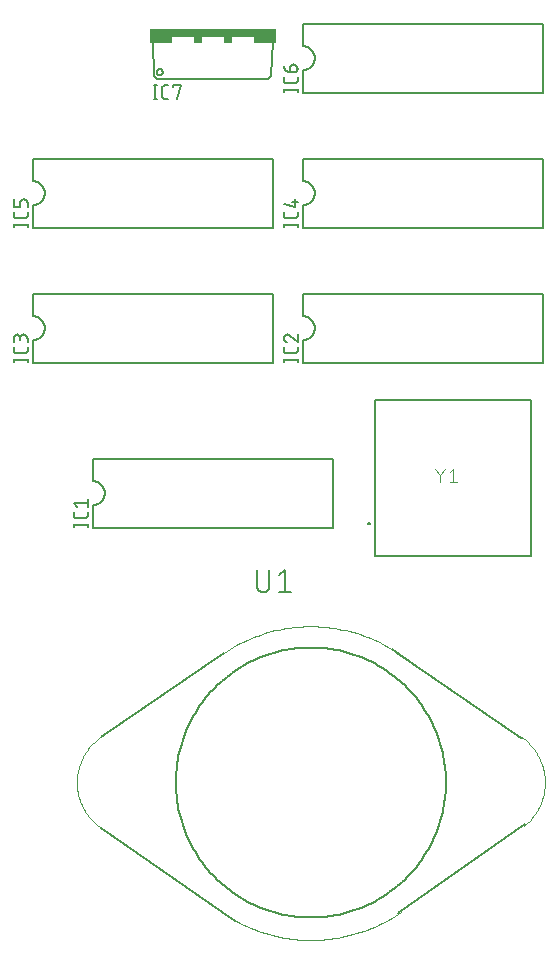
<source format=gbr>
G04 EAGLE Gerber RS-274X export*
G75*
%MOMM*%
%FSLAX34Y34*%
%LPD*%
%INSilkscreen Top*%
%IPPOS*%
%AMOC8*
5,1,8,0,0,1.08239X$1,22.5*%
G01*
%ADD10C,0.152400*%
%ADD11C,0.127000*%
%ADD12R,10.668000X0.762000*%
%ADD13R,1.905000X0.508000*%
%ADD14R,0.762000X0.508000*%
%ADD15C,0.000000*%
%ADD16C,0.203200*%
%ADD17C,0.200000*%
%ADD18C,0.101600*%


D10*
X-317500Y473710D02*
X-520700Y473710D01*
X-520700Y415290D02*
X-317500Y415290D01*
X-317500Y473710D01*
X-520700Y473710D02*
X-520700Y454660D01*
X-520700Y434340D02*
X-520700Y415290D01*
X-520700Y434340D02*
X-520453Y434343D01*
X-520205Y434352D01*
X-519958Y434367D01*
X-519712Y434388D01*
X-519466Y434415D01*
X-519221Y434448D01*
X-518976Y434487D01*
X-518733Y434532D01*
X-518491Y434583D01*
X-518250Y434640D01*
X-518011Y434702D01*
X-517773Y434771D01*
X-517537Y434845D01*
X-517303Y434925D01*
X-517071Y435010D01*
X-516841Y435102D01*
X-516613Y435198D01*
X-516388Y435301D01*
X-516165Y435408D01*
X-515945Y435522D01*
X-515728Y435640D01*
X-515513Y435764D01*
X-515302Y435893D01*
X-515094Y436027D01*
X-514889Y436166D01*
X-514688Y436310D01*
X-514490Y436458D01*
X-514296Y436612D01*
X-514106Y436770D01*
X-513920Y436933D01*
X-513738Y437100D01*
X-513560Y437272D01*
X-513386Y437448D01*
X-513216Y437628D01*
X-513051Y437813D01*
X-512891Y438001D01*
X-512735Y438193D01*
X-512583Y438389D01*
X-512437Y438588D01*
X-512295Y438791D01*
X-512159Y438998D01*
X-512027Y439207D01*
X-511901Y439420D01*
X-511780Y439636D01*
X-511664Y439854D01*
X-511554Y440076D01*
X-511449Y440300D01*
X-511349Y440526D01*
X-511255Y440755D01*
X-511167Y440986D01*
X-511084Y441220D01*
X-511007Y441455D01*
X-510936Y441692D01*
X-510870Y441930D01*
X-510811Y442170D01*
X-510757Y442412D01*
X-510709Y442655D01*
X-510667Y442898D01*
X-510631Y443143D01*
X-510601Y443389D01*
X-510577Y443635D01*
X-510559Y443882D01*
X-510547Y444129D01*
X-510541Y444376D01*
X-510541Y444624D01*
X-510547Y444871D01*
X-510559Y445118D01*
X-510577Y445365D01*
X-510601Y445611D01*
X-510631Y445857D01*
X-510667Y446102D01*
X-510709Y446345D01*
X-510757Y446588D01*
X-510811Y446830D01*
X-510870Y447070D01*
X-510936Y447308D01*
X-511007Y447545D01*
X-511084Y447780D01*
X-511167Y448014D01*
X-511255Y448245D01*
X-511349Y448474D01*
X-511449Y448700D01*
X-511554Y448924D01*
X-511664Y449146D01*
X-511780Y449364D01*
X-511901Y449580D01*
X-512027Y449793D01*
X-512159Y450002D01*
X-512295Y450209D01*
X-512437Y450412D01*
X-512583Y450611D01*
X-512735Y450807D01*
X-512891Y450999D01*
X-513051Y451187D01*
X-513216Y451372D01*
X-513386Y451552D01*
X-513560Y451728D01*
X-513738Y451900D01*
X-513920Y452067D01*
X-514106Y452230D01*
X-514296Y452388D01*
X-514490Y452542D01*
X-514688Y452690D01*
X-514889Y452834D01*
X-515094Y452973D01*
X-515302Y453107D01*
X-515513Y453236D01*
X-515728Y453360D01*
X-515945Y453478D01*
X-516165Y453592D01*
X-516388Y453699D01*
X-516613Y453802D01*
X-516841Y453898D01*
X-517071Y453990D01*
X-517303Y454075D01*
X-517537Y454155D01*
X-517773Y454229D01*
X-518011Y454298D01*
X-518250Y454360D01*
X-518491Y454417D01*
X-518733Y454468D01*
X-518976Y454513D01*
X-519221Y454552D01*
X-519466Y454585D01*
X-519712Y454612D01*
X-519958Y454633D01*
X-520205Y454648D01*
X-520453Y454657D01*
X-520700Y454660D01*
D11*
X-525145Y417195D02*
X-536575Y417195D01*
X-525145Y415925D02*
X-525145Y418465D01*
X-536575Y418465D02*
X-536575Y415925D01*
X-525145Y425667D02*
X-525145Y428207D01*
X-525145Y425667D02*
X-525147Y425567D01*
X-525153Y425468D01*
X-525163Y425368D01*
X-525176Y425270D01*
X-525194Y425171D01*
X-525215Y425074D01*
X-525240Y424978D01*
X-525269Y424882D01*
X-525302Y424788D01*
X-525338Y424695D01*
X-525378Y424604D01*
X-525422Y424514D01*
X-525469Y424426D01*
X-525519Y424340D01*
X-525573Y424256D01*
X-525630Y424174D01*
X-525690Y424095D01*
X-525754Y424017D01*
X-525820Y423943D01*
X-525889Y423871D01*
X-525961Y423802D01*
X-526035Y423736D01*
X-526113Y423672D01*
X-526192Y423612D01*
X-526274Y423555D01*
X-526358Y423501D01*
X-526444Y423451D01*
X-526532Y423404D01*
X-526622Y423360D01*
X-526713Y423320D01*
X-526806Y423284D01*
X-526900Y423251D01*
X-526996Y423222D01*
X-527092Y423197D01*
X-527189Y423176D01*
X-527288Y423158D01*
X-527386Y423145D01*
X-527486Y423135D01*
X-527585Y423129D01*
X-527685Y423127D01*
X-534035Y423127D01*
X-534135Y423129D01*
X-534234Y423135D01*
X-534334Y423145D01*
X-534432Y423158D01*
X-534531Y423176D01*
X-534628Y423197D01*
X-534724Y423222D01*
X-534820Y423251D01*
X-534914Y423284D01*
X-535007Y423320D01*
X-535098Y423360D01*
X-535188Y423404D01*
X-535276Y423451D01*
X-535362Y423501D01*
X-535446Y423555D01*
X-535528Y423612D01*
X-535607Y423672D01*
X-535685Y423736D01*
X-535759Y423802D01*
X-535831Y423871D01*
X-535900Y423943D01*
X-535966Y424017D01*
X-536030Y424095D01*
X-536090Y424174D01*
X-536147Y424256D01*
X-536201Y424340D01*
X-536251Y424426D01*
X-536298Y424514D01*
X-536342Y424604D01*
X-536382Y424695D01*
X-536418Y424788D01*
X-536451Y424882D01*
X-536480Y424978D01*
X-536505Y425074D01*
X-536526Y425171D01*
X-536544Y425270D01*
X-536557Y425368D01*
X-536567Y425468D01*
X-536573Y425567D01*
X-536575Y425667D01*
X-536575Y428207D01*
X-534035Y432689D02*
X-536575Y435864D01*
X-525145Y435864D01*
X-525145Y432689D02*
X-525145Y439039D01*
D10*
X-342900Y613410D02*
X-139700Y613410D01*
X-139700Y554990D02*
X-342900Y554990D01*
X-139700Y554990D02*
X-139700Y613410D01*
X-342900Y613410D02*
X-342900Y594360D01*
X-342900Y574040D02*
X-342900Y554990D01*
X-342900Y574040D02*
X-342653Y574043D01*
X-342405Y574052D01*
X-342158Y574067D01*
X-341912Y574088D01*
X-341666Y574115D01*
X-341421Y574148D01*
X-341176Y574187D01*
X-340933Y574232D01*
X-340691Y574283D01*
X-340450Y574340D01*
X-340211Y574402D01*
X-339973Y574471D01*
X-339737Y574545D01*
X-339503Y574625D01*
X-339271Y574710D01*
X-339041Y574802D01*
X-338813Y574898D01*
X-338588Y575001D01*
X-338365Y575108D01*
X-338145Y575222D01*
X-337928Y575340D01*
X-337713Y575464D01*
X-337502Y575593D01*
X-337294Y575727D01*
X-337089Y575866D01*
X-336888Y576010D01*
X-336690Y576158D01*
X-336496Y576312D01*
X-336306Y576470D01*
X-336120Y576633D01*
X-335938Y576800D01*
X-335760Y576972D01*
X-335586Y577148D01*
X-335416Y577328D01*
X-335251Y577513D01*
X-335091Y577701D01*
X-334935Y577893D01*
X-334783Y578089D01*
X-334637Y578288D01*
X-334495Y578491D01*
X-334359Y578698D01*
X-334227Y578907D01*
X-334101Y579120D01*
X-333980Y579336D01*
X-333864Y579554D01*
X-333754Y579776D01*
X-333649Y580000D01*
X-333549Y580226D01*
X-333455Y580455D01*
X-333367Y580686D01*
X-333284Y580920D01*
X-333207Y581155D01*
X-333136Y581392D01*
X-333070Y581630D01*
X-333011Y581870D01*
X-332957Y582112D01*
X-332909Y582355D01*
X-332867Y582598D01*
X-332831Y582843D01*
X-332801Y583089D01*
X-332777Y583335D01*
X-332759Y583582D01*
X-332747Y583829D01*
X-332741Y584076D01*
X-332741Y584324D01*
X-332747Y584571D01*
X-332759Y584818D01*
X-332777Y585065D01*
X-332801Y585311D01*
X-332831Y585557D01*
X-332867Y585802D01*
X-332909Y586045D01*
X-332957Y586288D01*
X-333011Y586530D01*
X-333070Y586770D01*
X-333136Y587008D01*
X-333207Y587245D01*
X-333284Y587480D01*
X-333367Y587714D01*
X-333455Y587945D01*
X-333549Y588174D01*
X-333649Y588400D01*
X-333754Y588624D01*
X-333864Y588846D01*
X-333980Y589064D01*
X-334101Y589280D01*
X-334227Y589493D01*
X-334359Y589702D01*
X-334495Y589909D01*
X-334637Y590112D01*
X-334783Y590311D01*
X-334935Y590507D01*
X-335091Y590699D01*
X-335251Y590887D01*
X-335416Y591072D01*
X-335586Y591252D01*
X-335760Y591428D01*
X-335938Y591600D01*
X-336120Y591767D01*
X-336306Y591930D01*
X-336496Y592088D01*
X-336690Y592242D01*
X-336888Y592390D01*
X-337089Y592534D01*
X-337294Y592673D01*
X-337502Y592807D01*
X-337713Y592936D01*
X-337928Y593060D01*
X-338145Y593178D01*
X-338365Y593292D01*
X-338588Y593399D01*
X-338813Y593502D01*
X-339041Y593598D01*
X-339271Y593690D01*
X-339503Y593775D01*
X-339737Y593855D01*
X-339973Y593929D01*
X-340211Y593998D01*
X-340450Y594060D01*
X-340691Y594117D01*
X-340933Y594168D01*
X-341176Y594213D01*
X-341421Y594252D01*
X-341666Y594285D01*
X-341912Y594312D01*
X-342158Y594333D01*
X-342405Y594348D01*
X-342653Y594357D01*
X-342900Y594360D01*
D11*
X-347345Y556895D02*
X-358775Y556895D01*
X-347345Y555625D02*
X-347345Y558165D01*
X-358775Y558165D02*
X-358775Y555625D01*
X-347345Y565367D02*
X-347345Y567907D01*
X-347345Y565367D02*
X-347347Y565267D01*
X-347353Y565168D01*
X-347363Y565068D01*
X-347376Y564970D01*
X-347394Y564871D01*
X-347415Y564774D01*
X-347440Y564678D01*
X-347469Y564582D01*
X-347502Y564488D01*
X-347538Y564395D01*
X-347578Y564304D01*
X-347622Y564214D01*
X-347669Y564126D01*
X-347719Y564040D01*
X-347773Y563956D01*
X-347830Y563874D01*
X-347890Y563795D01*
X-347954Y563717D01*
X-348020Y563643D01*
X-348089Y563571D01*
X-348161Y563502D01*
X-348235Y563436D01*
X-348313Y563372D01*
X-348392Y563312D01*
X-348474Y563255D01*
X-348558Y563201D01*
X-348644Y563151D01*
X-348732Y563104D01*
X-348822Y563060D01*
X-348913Y563020D01*
X-349006Y562984D01*
X-349100Y562951D01*
X-349196Y562922D01*
X-349292Y562897D01*
X-349389Y562876D01*
X-349488Y562858D01*
X-349586Y562845D01*
X-349686Y562835D01*
X-349785Y562829D01*
X-349885Y562827D01*
X-356235Y562827D01*
X-356335Y562829D01*
X-356434Y562835D01*
X-356534Y562845D01*
X-356632Y562858D01*
X-356731Y562876D01*
X-356828Y562897D01*
X-356924Y562922D01*
X-357020Y562951D01*
X-357114Y562984D01*
X-357207Y563020D01*
X-357298Y563060D01*
X-357388Y563104D01*
X-357476Y563151D01*
X-357562Y563201D01*
X-357646Y563255D01*
X-357728Y563312D01*
X-357807Y563372D01*
X-357885Y563436D01*
X-357959Y563502D01*
X-358031Y563571D01*
X-358100Y563643D01*
X-358166Y563717D01*
X-358230Y563795D01*
X-358290Y563874D01*
X-358347Y563956D01*
X-358401Y564040D01*
X-358451Y564126D01*
X-358498Y564214D01*
X-358542Y564304D01*
X-358582Y564395D01*
X-358618Y564488D01*
X-358651Y564582D01*
X-358680Y564678D01*
X-358705Y564774D01*
X-358726Y564871D01*
X-358744Y564970D01*
X-358757Y565068D01*
X-358767Y565168D01*
X-358773Y565267D01*
X-358775Y565367D01*
X-358775Y567907D01*
X-358776Y575881D02*
X-358774Y575985D01*
X-358768Y576090D01*
X-358759Y576194D01*
X-358746Y576297D01*
X-358728Y576400D01*
X-358708Y576502D01*
X-358683Y576604D01*
X-358655Y576704D01*
X-358623Y576804D01*
X-358587Y576902D01*
X-358548Y576999D01*
X-358506Y577094D01*
X-358460Y577188D01*
X-358410Y577280D01*
X-358358Y577370D01*
X-358302Y577458D01*
X-358242Y577544D01*
X-358180Y577628D01*
X-358115Y577709D01*
X-358047Y577788D01*
X-357975Y577865D01*
X-357902Y577938D01*
X-357825Y578010D01*
X-357746Y578078D01*
X-357665Y578143D01*
X-357581Y578205D01*
X-357495Y578265D01*
X-357407Y578321D01*
X-357317Y578373D01*
X-357225Y578423D01*
X-357131Y578469D01*
X-357036Y578511D01*
X-356939Y578550D01*
X-356841Y578586D01*
X-356741Y578618D01*
X-356641Y578646D01*
X-356539Y578671D01*
X-356437Y578691D01*
X-356334Y578709D01*
X-356231Y578722D01*
X-356127Y578731D01*
X-356022Y578737D01*
X-355918Y578739D01*
X-358775Y575881D02*
X-358773Y575763D01*
X-358767Y575644D01*
X-358758Y575526D01*
X-358745Y575409D01*
X-358727Y575292D01*
X-358707Y575175D01*
X-358682Y575059D01*
X-358654Y574944D01*
X-358621Y574831D01*
X-358586Y574718D01*
X-358546Y574606D01*
X-358504Y574496D01*
X-358457Y574387D01*
X-358407Y574279D01*
X-358354Y574174D01*
X-358297Y574070D01*
X-358237Y573968D01*
X-358174Y573868D01*
X-358107Y573770D01*
X-358038Y573674D01*
X-357965Y573581D01*
X-357889Y573490D01*
X-357811Y573401D01*
X-357729Y573315D01*
X-357645Y573232D01*
X-357559Y573151D01*
X-357469Y573074D01*
X-357378Y572999D01*
X-357284Y572927D01*
X-357187Y572858D01*
X-357089Y572793D01*
X-356988Y572730D01*
X-356885Y572671D01*
X-356781Y572615D01*
X-356675Y572563D01*
X-356567Y572514D01*
X-356458Y572469D01*
X-356347Y572427D01*
X-356235Y572389D01*
X-353696Y577787D02*
X-353771Y577863D01*
X-353850Y577938D01*
X-353931Y578009D01*
X-354015Y578078D01*
X-354101Y578143D01*
X-354189Y578205D01*
X-354279Y578265D01*
X-354371Y578321D01*
X-354466Y578374D01*
X-354562Y578423D01*
X-354660Y578469D01*
X-354759Y578512D01*
X-354860Y578551D01*
X-354962Y578586D01*
X-355065Y578618D01*
X-355169Y578646D01*
X-355274Y578671D01*
X-355381Y578692D01*
X-355487Y578709D01*
X-355594Y578722D01*
X-355702Y578731D01*
X-355810Y578737D01*
X-355918Y578739D01*
X-353695Y577786D02*
X-347345Y572389D01*
X-347345Y578739D01*
D10*
X-368300Y613410D02*
X-571500Y613410D01*
X-571500Y554990D02*
X-368300Y554990D01*
X-368300Y613410D01*
X-571500Y613410D02*
X-571500Y594360D01*
X-571500Y574040D02*
X-571500Y554990D01*
X-571500Y574040D02*
X-571253Y574043D01*
X-571005Y574052D01*
X-570758Y574067D01*
X-570512Y574088D01*
X-570266Y574115D01*
X-570021Y574148D01*
X-569776Y574187D01*
X-569533Y574232D01*
X-569291Y574283D01*
X-569050Y574340D01*
X-568811Y574402D01*
X-568573Y574471D01*
X-568337Y574545D01*
X-568103Y574625D01*
X-567871Y574710D01*
X-567641Y574802D01*
X-567413Y574898D01*
X-567188Y575001D01*
X-566965Y575108D01*
X-566745Y575222D01*
X-566528Y575340D01*
X-566313Y575464D01*
X-566102Y575593D01*
X-565894Y575727D01*
X-565689Y575866D01*
X-565488Y576010D01*
X-565290Y576158D01*
X-565096Y576312D01*
X-564906Y576470D01*
X-564720Y576633D01*
X-564538Y576800D01*
X-564360Y576972D01*
X-564186Y577148D01*
X-564016Y577328D01*
X-563851Y577513D01*
X-563691Y577701D01*
X-563535Y577893D01*
X-563383Y578089D01*
X-563237Y578288D01*
X-563095Y578491D01*
X-562959Y578698D01*
X-562827Y578907D01*
X-562701Y579120D01*
X-562580Y579336D01*
X-562464Y579554D01*
X-562354Y579776D01*
X-562249Y580000D01*
X-562149Y580226D01*
X-562055Y580455D01*
X-561967Y580686D01*
X-561884Y580920D01*
X-561807Y581155D01*
X-561736Y581392D01*
X-561670Y581630D01*
X-561611Y581870D01*
X-561557Y582112D01*
X-561509Y582355D01*
X-561467Y582598D01*
X-561431Y582843D01*
X-561401Y583089D01*
X-561377Y583335D01*
X-561359Y583582D01*
X-561347Y583829D01*
X-561341Y584076D01*
X-561341Y584324D01*
X-561347Y584571D01*
X-561359Y584818D01*
X-561377Y585065D01*
X-561401Y585311D01*
X-561431Y585557D01*
X-561467Y585802D01*
X-561509Y586045D01*
X-561557Y586288D01*
X-561611Y586530D01*
X-561670Y586770D01*
X-561736Y587008D01*
X-561807Y587245D01*
X-561884Y587480D01*
X-561967Y587714D01*
X-562055Y587945D01*
X-562149Y588174D01*
X-562249Y588400D01*
X-562354Y588624D01*
X-562464Y588846D01*
X-562580Y589064D01*
X-562701Y589280D01*
X-562827Y589493D01*
X-562959Y589702D01*
X-563095Y589909D01*
X-563237Y590112D01*
X-563383Y590311D01*
X-563535Y590507D01*
X-563691Y590699D01*
X-563851Y590887D01*
X-564016Y591072D01*
X-564186Y591252D01*
X-564360Y591428D01*
X-564538Y591600D01*
X-564720Y591767D01*
X-564906Y591930D01*
X-565096Y592088D01*
X-565290Y592242D01*
X-565488Y592390D01*
X-565689Y592534D01*
X-565894Y592673D01*
X-566102Y592807D01*
X-566313Y592936D01*
X-566528Y593060D01*
X-566745Y593178D01*
X-566965Y593292D01*
X-567188Y593399D01*
X-567413Y593502D01*
X-567641Y593598D01*
X-567871Y593690D01*
X-568103Y593775D01*
X-568337Y593855D01*
X-568573Y593929D01*
X-568811Y593998D01*
X-569050Y594060D01*
X-569291Y594117D01*
X-569533Y594168D01*
X-569776Y594213D01*
X-570021Y594252D01*
X-570266Y594285D01*
X-570512Y594312D01*
X-570758Y594333D01*
X-571005Y594348D01*
X-571253Y594357D01*
X-571500Y594360D01*
D11*
X-575945Y556895D02*
X-587375Y556895D01*
X-575945Y555625D02*
X-575945Y558165D01*
X-587375Y558165D02*
X-587375Y555625D01*
X-575945Y565367D02*
X-575945Y567907D01*
X-575945Y565367D02*
X-575947Y565267D01*
X-575953Y565168D01*
X-575963Y565068D01*
X-575976Y564970D01*
X-575994Y564871D01*
X-576015Y564774D01*
X-576040Y564678D01*
X-576069Y564582D01*
X-576102Y564488D01*
X-576138Y564395D01*
X-576178Y564304D01*
X-576222Y564214D01*
X-576269Y564126D01*
X-576319Y564040D01*
X-576373Y563956D01*
X-576430Y563874D01*
X-576490Y563795D01*
X-576554Y563717D01*
X-576620Y563643D01*
X-576689Y563571D01*
X-576761Y563502D01*
X-576835Y563436D01*
X-576913Y563372D01*
X-576992Y563312D01*
X-577074Y563255D01*
X-577158Y563201D01*
X-577244Y563151D01*
X-577332Y563104D01*
X-577422Y563060D01*
X-577513Y563020D01*
X-577606Y562984D01*
X-577700Y562951D01*
X-577796Y562922D01*
X-577892Y562897D01*
X-577989Y562876D01*
X-578088Y562858D01*
X-578186Y562845D01*
X-578286Y562835D01*
X-578385Y562829D01*
X-578485Y562827D01*
X-584835Y562827D01*
X-584935Y562829D01*
X-585034Y562835D01*
X-585134Y562845D01*
X-585232Y562858D01*
X-585331Y562876D01*
X-585428Y562897D01*
X-585524Y562922D01*
X-585620Y562951D01*
X-585714Y562984D01*
X-585807Y563020D01*
X-585898Y563060D01*
X-585988Y563104D01*
X-586076Y563151D01*
X-586162Y563201D01*
X-586246Y563255D01*
X-586328Y563312D01*
X-586407Y563372D01*
X-586485Y563436D01*
X-586559Y563502D01*
X-586631Y563571D01*
X-586700Y563643D01*
X-586766Y563717D01*
X-586830Y563795D01*
X-586890Y563874D01*
X-586947Y563956D01*
X-587001Y564040D01*
X-587051Y564126D01*
X-587098Y564214D01*
X-587142Y564304D01*
X-587182Y564395D01*
X-587218Y564488D01*
X-587251Y564582D01*
X-587280Y564678D01*
X-587305Y564774D01*
X-587326Y564871D01*
X-587344Y564970D01*
X-587357Y565068D01*
X-587367Y565168D01*
X-587373Y565267D01*
X-587375Y565367D01*
X-587375Y567907D01*
X-575945Y572389D02*
X-575945Y575564D01*
X-575947Y575675D01*
X-575953Y575785D01*
X-575962Y575896D01*
X-575976Y576006D01*
X-575993Y576115D01*
X-576014Y576224D01*
X-576039Y576332D01*
X-576068Y576439D01*
X-576100Y576545D01*
X-576136Y576650D01*
X-576176Y576753D01*
X-576219Y576855D01*
X-576266Y576956D01*
X-576317Y577055D01*
X-576370Y577152D01*
X-576427Y577246D01*
X-576488Y577339D01*
X-576551Y577430D01*
X-576618Y577519D01*
X-576688Y577605D01*
X-576761Y577688D01*
X-576836Y577770D01*
X-576914Y577848D01*
X-576996Y577923D01*
X-577079Y577996D01*
X-577165Y578066D01*
X-577254Y578133D01*
X-577345Y578196D01*
X-577438Y578257D01*
X-577533Y578314D01*
X-577629Y578367D01*
X-577728Y578418D01*
X-577829Y578465D01*
X-577931Y578508D01*
X-578034Y578548D01*
X-578139Y578584D01*
X-578245Y578616D01*
X-578352Y578645D01*
X-578460Y578670D01*
X-578569Y578691D01*
X-578678Y578708D01*
X-578788Y578722D01*
X-578899Y578731D01*
X-579009Y578737D01*
X-579120Y578739D01*
X-579231Y578737D01*
X-579341Y578731D01*
X-579452Y578722D01*
X-579562Y578708D01*
X-579671Y578691D01*
X-579780Y578670D01*
X-579888Y578645D01*
X-579995Y578616D01*
X-580101Y578584D01*
X-580206Y578548D01*
X-580309Y578508D01*
X-580411Y578465D01*
X-580512Y578418D01*
X-580611Y578367D01*
X-580708Y578314D01*
X-580802Y578257D01*
X-580895Y578196D01*
X-580986Y578133D01*
X-581075Y578066D01*
X-581161Y577996D01*
X-581244Y577923D01*
X-581326Y577848D01*
X-581404Y577770D01*
X-581479Y577688D01*
X-581552Y577605D01*
X-581622Y577519D01*
X-581689Y577430D01*
X-581752Y577339D01*
X-581813Y577246D01*
X-581870Y577152D01*
X-581923Y577055D01*
X-581974Y576956D01*
X-582021Y576855D01*
X-582064Y576753D01*
X-582104Y576650D01*
X-582140Y576545D01*
X-582172Y576439D01*
X-582201Y576332D01*
X-582226Y576224D01*
X-582247Y576115D01*
X-582264Y576006D01*
X-582278Y575896D01*
X-582287Y575785D01*
X-582293Y575675D01*
X-582295Y575564D01*
X-587375Y576199D02*
X-587375Y572389D01*
X-587375Y576199D02*
X-587373Y576299D01*
X-587367Y576398D01*
X-587357Y576498D01*
X-587344Y576596D01*
X-587326Y576695D01*
X-587305Y576792D01*
X-587280Y576888D01*
X-587251Y576984D01*
X-587218Y577078D01*
X-587182Y577171D01*
X-587142Y577262D01*
X-587098Y577352D01*
X-587051Y577440D01*
X-587001Y577526D01*
X-586947Y577610D01*
X-586890Y577692D01*
X-586830Y577771D01*
X-586766Y577849D01*
X-586700Y577923D01*
X-586631Y577995D01*
X-586559Y578064D01*
X-586485Y578130D01*
X-586407Y578194D01*
X-586328Y578254D01*
X-586246Y578311D01*
X-586162Y578365D01*
X-586076Y578415D01*
X-585988Y578462D01*
X-585898Y578506D01*
X-585807Y578546D01*
X-585714Y578582D01*
X-585620Y578615D01*
X-585524Y578644D01*
X-585428Y578669D01*
X-585331Y578690D01*
X-585232Y578708D01*
X-585134Y578721D01*
X-585034Y578731D01*
X-584935Y578737D01*
X-584835Y578739D01*
X-584735Y578737D01*
X-584636Y578731D01*
X-584536Y578721D01*
X-584438Y578708D01*
X-584339Y578690D01*
X-584242Y578669D01*
X-584146Y578644D01*
X-584050Y578615D01*
X-583956Y578582D01*
X-583863Y578546D01*
X-583772Y578506D01*
X-583682Y578462D01*
X-583594Y578415D01*
X-583508Y578365D01*
X-583424Y578311D01*
X-583342Y578254D01*
X-583263Y578194D01*
X-583185Y578130D01*
X-583111Y578064D01*
X-583039Y577995D01*
X-582970Y577923D01*
X-582904Y577849D01*
X-582840Y577771D01*
X-582780Y577692D01*
X-582723Y577610D01*
X-582669Y577526D01*
X-582619Y577440D01*
X-582572Y577352D01*
X-582528Y577262D01*
X-582488Y577171D01*
X-582452Y577078D01*
X-582419Y576984D01*
X-582390Y576888D01*
X-582365Y576792D01*
X-582344Y576695D01*
X-582326Y576596D01*
X-582313Y576498D01*
X-582303Y576398D01*
X-582297Y576299D01*
X-582295Y576199D01*
X-582295Y573659D01*
D10*
X-342900Y727710D02*
X-139700Y727710D01*
X-139700Y669290D02*
X-342900Y669290D01*
X-139700Y669290D02*
X-139700Y727710D01*
X-342900Y727710D02*
X-342900Y708660D01*
X-342900Y688340D02*
X-342900Y669290D01*
X-342900Y688340D02*
X-342653Y688343D01*
X-342405Y688352D01*
X-342158Y688367D01*
X-341912Y688388D01*
X-341666Y688415D01*
X-341421Y688448D01*
X-341176Y688487D01*
X-340933Y688532D01*
X-340691Y688583D01*
X-340450Y688640D01*
X-340211Y688702D01*
X-339973Y688771D01*
X-339737Y688845D01*
X-339503Y688925D01*
X-339271Y689010D01*
X-339041Y689102D01*
X-338813Y689198D01*
X-338588Y689301D01*
X-338365Y689408D01*
X-338145Y689522D01*
X-337928Y689640D01*
X-337713Y689764D01*
X-337502Y689893D01*
X-337294Y690027D01*
X-337089Y690166D01*
X-336888Y690310D01*
X-336690Y690458D01*
X-336496Y690612D01*
X-336306Y690770D01*
X-336120Y690933D01*
X-335938Y691100D01*
X-335760Y691272D01*
X-335586Y691448D01*
X-335416Y691628D01*
X-335251Y691813D01*
X-335091Y692001D01*
X-334935Y692193D01*
X-334783Y692389D01*
X-334637Y692588D01*
X-334495Y692791D01*
X-334359Y692998D01*
X-334227Y693207D01*
X-334101Y693420D01*
X-333980Y693636D01*
X-333864Y693854D01*
X-333754Y694076D01*
X-333649Y694300D01*
X-333549Y694526D01*
X-333455Y694755D01*
X-333367Y694986D01*
X-333284Y695220D01*
X-333207Y695455D01*
X-333136Y695692D01*
X-333070Y695930D01*
X-333011Y696170D01*
X-332957Y696412D01*
X-332909Y696655D01*
X-332867Y696898D01*
X-332831Y697143D01*
X-332801Y697389D01*
X-332777Y697635D01*
X-332759Y697882D01*
X-332747Y698129D01*
X-332741Y698376D01*
X-332741Y698624D01*
X-332747Y698871D01*
X-332759Y699118D01*
X-332777Y699365D01*
X-332801Y699611D01*
X-332831Y699857D01*
X-332867Y700102D01*
X-332909Y700345D01*
X-332957Y700588D01*
X-333011Y700830D01*
X-333070Y701070D01*
X-333136Y701308D01*
X-333207Y701545D01*
X-333284Y701780D01*
X-333367Y702014D01*
X-333455Y702245D01*
X-333549Y702474D01*
X-333649Y702700D01*
X-333754Y702924D01*
X-333864Y703146D01*
X-333980Y703364D01*
X-334101Y703580D01*
X-334227Y703793D01*
X-334359Y704002D01*
X-334495Y704209D01*
X-334637Y704412D01*
X-334783Y704611D01*
X-334935Y704807D01*
X-335091Y704999D01*
X-335251Y705187D01*
X-335416Y705372D01*
X-335586Y705552D01*
X-335760Y705728D01*
X-335938Y705900D01*
X-336120Y706067D01*
X-336306Y706230D01*
X-336496Y706388D01*
X-336690Y706542D01*
X-336888Y706690D01*
X-337089Y706834D01*
X-337294Y706973D01*
X-337502Y707107D01*
X-337713Y707236D01*
X-337928Y707360D01*
X-338145Y707478D01*
X-338365Y707592D01*
X-338588Y707699D01*
X-338813Y707802D01*
X-339041Y707898D01*
X-339271Y707990D01*
X-339503Y708075D01*
X-339737Y708155D01*
X-339973Y708229D01*
X-340211Y708298D01*
X-340450Y708360D01*
X-340691Y708417D01*
X-340933Y708468D01*
X-341176Y708513D01*
X-341421Y708552D01*
X-341666Y708585D01*
X-341912Y708612D01*
X-342158Y708633D01*
X-342405Y708648D01*
X-342653Y708657D01*
X-342900Y708660D01*
D11*
X-347345Y671195D02*
X-358775Y671195D01*
X-347345Y669925D02*
X-347345Y672465D01*
X-358775Y672465D02*
X-358775Y669925D01*
X-347345Y679667D02*
X-347345Y682207D01*
X-347345Y679667D02*
X-347347Y679567D01*
X-347353Y679468D01*
X-347363Y679368D01*
X-347376Y679270D01*
X-347394Y679171D01*
X-347415Y679074D01*
X-347440Y678978D01*
X-347469Y678882D01*
X-347502Y678788D01*
X-347538Y678695D01*
X-347578Y678604D01*
X-347622Y678514D01*
X-347669Y678426D01*
X-347719Y678340D01*
X-347773Y678256D01*
X-347830Y678174D01*
X-347890Y678095D01*
X-347954Y678017D01*
X-348020Y677943D01*
X-348089Y677871D01*
X-348161Y677802D01*
X-348235Y677736D01*
X-348313Y677672D01*
X-348392Y677612D01*
X-348474Y677555D01*
X-348558Y677501D01*
X-348644Y677451D01*
X-348732Y677404D01*
X-348822Y677360D01*
X-348913Y677320D01*
X-349006Y677284D01*
X-349100Y677251D01*
X-349196Y677222D01*
X-349292Y677197D01*
X-349389Y677176D01*
X-349488Y677158D01*
X-349586Y677145D01*
X-349686Y677135D01*
X-349785Y677129D01*
X-349885Y677127D01*
X-356235Y677127D01*
X-356335Y677129D01*
X-356434Y677135D01*
X-356534Y677145D01*
X-356632Y677158D01*
X-356731Y677176D01*
X-356828Y677197D01*
X-356924Y677222D01*
X-357020Y677251D01*
X-357114Y677284D01*
X-357207Y677320D01*
X-357298Y677360D01*
X-357388Y677404D01*
X-357476Y677451D01*
X-357562Y677501D01*
X-357646Y677555D01*
X-357728Y677612D01*
X-357807Y677672D01*
X-357885Y677736D01*
X-357959Y677802D01*
X-358031Y677871D01*
X-358100Y677943D01*
X-358166Y678017D01*
X-358230Y678095D01*
X-358290Y678174D01*
X-358347Y678256D01*
X-358401Y678340D01*
X-358451Y678426D01*
X-358498Y678514D01*
X-358542Y678604D01*
X-358582Y678695D01*
X-358618Y678788D01*
X-358651Y678882D01*
X-358680Y678978D01*
X-358705Y679074D01*
X-358726Y679171D01*
X-358744Y679270D01*
X-358757Y679368D01*
X-358767Y679468D01*
X-358773Y679567D01*
X-358775Y679667D01*
X-358775Y682207D01*
X-358775Y689229D02*
X-349885Y686689D01*
X-349885Y693039D01*
X-352425Y691134D02*
X-347345Y691134D01*
D10*
X-368300Y727710D02*
X-571500Y727710D01*
X-571500Y669290D02*
X-368300Y669290D01*
X-368300Y727710D01*
X-571500Y727710D02*
X-571500Y708660D01*
X-571500Y688340D02*
X-571500Y669290D01*
X-571500Y688340D02*
X-571253Y688343D01*
X-571005Y688352D01*
X-570758Y688367D01*
X-570512Y688388D01*
X-570266Y688415D01*
X-570021Y688448D01*
X-569776Y688487D01*
X-569533Y688532D01*
X-569291Y688583D01*
X-569050Y688640D01*
X-568811Y688702D01*
X-568573Y688771D01*
X-568337Y688845D01*
X-568103Y688925D01*
X-567871Y689010D01*
X-567641Y689102D01*
X-567413Y689198D01*
X-567188Y689301D01*
X-566965Y689408D01*
X-566745Y689522D01*
X-566528Y689640D01*
X-566313Y689764D01*
X-566102Y689893D01*
X-565894Y690027D01*
X-565689Y690166D01*
X-565488Y690310D01*
X-565290Y690458D01*
X-565096Y690612D01*
X-564906Y690770D01*
X-564720Y690933D01*
X-564538Y691100D01*
X-564360Y691272D01*
X-564186Y691448D01*
X-564016Y691628D01*
X-563851Y691813D01*
X-563691Y692001D01*
X-563535Y692193D01*
X-563383Y692389D01*
X-563237Y692588D01*
X-563095Y692791D01*
X-562959Y692998D01*
X-562827Y693207D01*
X-562701Y693420D01*
X-562580Y693636D01*
X-562464Y693854D01*
X-562354Y694076D01*
X-562249Y694300D01*
X-562149Y694526D01*
X-562055Y694755D01*
X-561967Y694986D01*
X-561884Y695220D01*
X-561807Y695455D01*
X-561736Y695692D01*
X-561670Y695930D01*
X-561611Y696170D01*
X-561557Y696412D01*
X-561509Y696655D01*
X-561467Y696898D01*
X-561431Y697143D01*
X-561401Y697389D01*
X-561377Y697635D01*
X-561359Y697882D01*
X-561347Y698129D01*
X-561341Y698376D01*
X-561341Y698624D01*
X-561347Y698871D01*
X-561359Y699118D01*
X-561377Y699365D01*
X-561401Y699611D01*
X-561431Y699857D01*
X-561467Y700102D01*
X-561509Y700345D01*
X-561557Y700588D01*
X-561611Y700830D01*
X-561670Y701070D01*
X-561736Y701308D01*
X-561807Y701545D01*
X-561884Y701780D01*
X-561967Y702014D01*
X-562055Y702245D01*
X-562149Y702474D01*
X-562249Y702700D01*
X-562354Y702924D01*
X-562464Y703146D01*
X-562580Y703364D01*
X-562701Y703580D01*
X-562827Y703793D01*
X-562959Y704002D01*
X-563095Y704209D01*
X-563237Y704412D01*
X-563383Y704611D01*
X-563535Y704807D01*
X-563691Y704999D01*
X-563851Y705187D01*
X-564016Y705372D01*
X-564186Y705552D01*
X-564360Y705728D01*
X-564538Y705900D01*
X-564720Y706067D01*
X-564906Y706230D01*
X-565096Y706388D01*
X-565290Y706542D01*
X-565488Y706690D01*
X-565689Y706834D01*
X-565894Y706973D01*
X-566102Y707107D01*
X-566313Y707236D01*
X-566528Y707360D01*
X-566745Y707478D01*
X-566965Y707592D01*
X-567188Y707699D01*
X-567413Y707802D01*
X-567641Y707898D01*
X-567871Y707990D01*
X-568103Y708075D01*
X-568337Y708155D01*
X-568573Y708229D01*
X-568811Y708298D01*
X-569050Y708360D01*
X-569291Y708417D01*
X-569533Y708468D01*
X-569776Y708513D01*
X-570021Y708552D01*
X-570266Y708585D01*
X-570512Y708612D01*
X-570758Y708633D01*
X-571005Y708648D01*
X-571253Y708657D01*
X-571500Y708660D01*
D11*
X-575945Y671195D02*
X-587375Y671195D01*
X-575945Y669925D02*
X-575945Y672465D01*
X-587375Y672465D02*
X-587375Y669925D01*
X-575945Y679667D02*
X-575945Y682207D01*
X-575945Y679667D02*
X-575947Y679567D01*
X-575953Y679468D01*
X-575963Y679368D01*
X-575976Y679270D01*
X-575994Y679171D01*
X-576015Y679074D01*
X-576040Y678978D01*
X-576069Y678882D01*
X-576102Y678788D01*
X-576138Y678695D01*
X-576178Y678604D01*
X-576222Y678514D01*
X-576269Y678426D01*
X-576319Y678340D01*
X-576373Y678256D01*
X-576430Y678174D01*
X-576490Y678095D01*
X-576554Y678017D01*
X-576620Y677943D01*
X-576689Y677871D01*
X-576761Y677802D01*
X-576835Y677736D01*
X-576913Y677672D01*
X-576992Y677612D01*
X-577074Y677555D01*
X-577158Y677501D01*
X-577244Y677451D01*
X-577332Y677404D01*
X-577422Y677360D01*
X-577513Y677320D01*
X-577606Y677284D01*
X-577700Y677251D01*
X-577796Y677222D01*
X-577892Y677197D01*
X-577989Y677176D01*
X-578088Y677158D01*
X-578186Y677145D01*
X-578286Y677135D01*
X-578385Y677129D01*
X-578485Y677127D01*
X-584835Y677127D01*
X-584935Y677129D01*
X-585034Y677135D01*
X-585134Y677145D01*
X-585232Y677158D01*
X-585331Y677176D01*
X-585428Y677197D01*
X-585524Y677222D01*
X-585620Y677251D01*
X-585714Y677284D01*
X-585807Y677320D01*
X-585898Y677360D01*
X-585988Y677404D01*
X-586076Y677451D01*
X-586162Y677501D01*
X-586246Y677555D01*
X-586328Y677612D01*
X-586407Y677672D01*
X-586485Y677736D01*
X-586559Y677802D01*
X-586631Y677871D01*
X-586700Y677943D01*
X-586766Y678017D01*
X-586830Y678095D01*
X-586890Y678174D01*
X-586947Y678256D01*
X-587001Y678340D01*
X-587051Y678426D01*
X-587098Y678514D01*
X-587142Y678604D01*
X-587182Y678695D01*
X-587218Y678788D01*
X-587251Y678882D01*
X-587280Y678978D01*
X-587305Y679074D01*
X-587326Y679171D01*
X-587344Y679270D01*
X-587357Y679368D01*
X-587367Y679468D01*
X-587373Y679567D01*
X-587375Y679667D01*
X-587375Y682207D01*
X-575945Y686689D02*
X-575945Y690499D01*
X-575947Y690599D01*
X-575953Y690698D01*
X-575963Y690798D01*
X-575976Y690896D01*
X-575994Y690995D01*
X-576015Y691092D01*
X-576040Y691188D01*
X-576069Y691284D01*
X-576102Y691378D01*
X-576138Y691471D01*
X-576178Y691562D01*
X-576222Y691652D01*
X-576269Y691740D01*
X-576319Y691826D01*
X-576373Y691910D01*
X-576430Y691992D01*
X-576490Y692071D01*
X-576554Y692149D01*
X-576620Y692223D01*
X-576689Y692295D01*
X-576761Y692364D01*
X-576835Y692430D01*
X-576913Y692494D01*
X-576992Y692554D01*
X-577074Y692611D01*
X-577158Y692665D01*
X-577244Y692715D01*
X-577332Y692762D01*
X-577422Y692806D01*
X-577513Y692846D01*
X-577606Y692882D01*
X-577700Y692915D01*
X-577796Y692944D01*
X-577892Y692969D01*
X-577989Y692990D01*
X-578088Y693008D01*
X-578186Y693021D01*
X-578286Y693031D01*
X-578385Y693037D01*
X-578485Y693039D01*
X-579755Y693039D01*
X-579855Y693037D01*
X-579954Y693031D01*
X-580054Y693021D01*
X-580152Y693008D01*
X-580251Y692990D01*
X-580348Y692969D01*
X-580444Y692944D01*
X-580540Y692915D01*
X-580634Y692882D01*
X-580727Y692846D01*
X-580818Y692806D01*
X-580908Y692762D01*
X-580996Y692715D01*
X-581082Y692665D01*
X-581166Y692611D01*
X-581248Y692554D01*
X-581327Y692494D01*
X-581405Y692430D01*
X-581479Y692364D01*
X-581551Y692295D01*
X-581620Y692223D01*
X-581686Y692149D01*
X-581750Y692071D01*
X-581810Y691992D01*
X-581867Y691910D01*
X-581921Y691826D01*
X-581971Y691740D01*
X-582018Y691652D01*
X-582062Y691562D01*
X-582102Y691471D01*
X-582138Y691378D01*
X-582171Y691284D01*
X-582200Y691188D01*
X-582225Y691092D01*
X-582246Y690995D01*
X-582264Y690896D01*
X-582277Y690798D01*
X-582287Y690698D01*
X-582293Y690599D01*
X-582295Y690499D01*
X-582295Y686689D01*
X-587375Y686689D01*
X-587375Y693039D01*
D10*
X-342900Y842010D02*
X-139700Y842010D01*
X-139700Y783590D02*
X-342900Y783590D01*
X-139700Y783590D02*
X-139700Y842010D01*
X-342900Y842010D02*
X-342900Y822960D01*
X-342900Y802640D02*
X-342900Y783590D01*
X-342900Y802640D02*
X-342653Y802643D01*
X-342405Y802652D01*
X-342158Y802667D01*
X-341912Y802688D01*
X-341666Y802715D01*
X-341421Y802748D01*
X-341176Y802787D01*
X-340933Y802832D01*
X-340691Y802883D01*
X-340450Y802940D01*
X-340211Y803002D01*
X-339973Y803071D01*
X-339737Y803145D01*
X-339503Y803225D01*
X-339271Y803310D01*
X-339041Y803402D01*
X-338813Y803498D01*
X-338588Y803601D01*
X-338365Y803708D01*
X-338145Y803822D01*
X-337928Y803940D01*
X-337713Y804064D01*
X-337502Y804193D01*
X-337294Y804327D01*
X-337089Y804466D01*
X-336888Y804610D01*
X-336690Y804758D01*
X-336496Y804912D01*
X-336306Y805070D01*
X-336120Y805233D01*
X-335938Y805400D01*
X-335760Y805572D01*
X-335586Y805748D01*
X-335416Y805928D01*
X-335251Y806113D01*
X-335091Y806301D01*
X-334935Y806493D01*
X-334783Y806689D01*
X-334637Y806888D01*
X-334495Y807091D01*
X-334359Y807298D01*
X-334227Y807507D01*
X-334101Y807720D01*
X-333980Y807936D01*
X-333864Y808154D01*
X-333754Y808376D01*
X-333649Y808600D01*
X-333549Y808826D01*
X-333455Y809055D01*
X-333367Y809286D01*
X-333284Y809520D01*
X-333207Y809755D01*
X-333136Y809992D01*
X-333070Y810230D01*
X-333011Y810470D01*
X-332957Y810712D01*
X-332909Y810955D01*
X-332867Y811198D01*
X-332831Y811443D01*
X-332801Y811689D01*
X-332777Y811935D01*
X-332759Y812182D01*
X-332747Y812429D01*
X-332741Y812676D01*
X-332741Y812924D01*
X-332747Y813171D01*
X-332759Y813418D01*
X-332777Y813665D01*
X-332801Y813911D01*
X-332831Y814157D01*
X-332867Y814402D01*
X-332909Y814645D01*
X-332957Y814888D01*
X-333011Y815130D01*
X-333070Y815370D01*
X-333136Y815608D01*
X-333207Y815845D01*
X-333284Y816080D01*
X-333367Y816314D01*
X-333455Y816545D01*
X-333549Y816774D01*
X-333649Y817000D01*
X-333754Y817224D01*
X-333864Y817446D01*
X-333980Y817664D01*
X-334101Y817880D01*
X-334227Y818093D01*
X-334359Y818302D01*
X-334495Y818509D01*
X-334637Y818712D01*
X-334783Y818911D01*
X-334935Y819107D01*
X-335091Y819299D01*
X-335251Y819487D01*
X-335416Y819672D01*
X-335586Y819852D01*
X-335760Y820028D01*
X-335938Y820200D01*
X-336120Y820367D01*
X-336306Y820530D01*
X-336496Y820688D01*
X-336690Y820842D01*
X-336888Y820990D01*
X-337089Y821134D01*
X-337294Y821273D01*
X-337502Y821407D01*
X-337713Y821536D01*
X-337928Y821660D01*
X-338145Y821778D01*
X-338365Y821892D01*
X-338588Y821999D01*
X-338813Y822102D01*
X-339041Y822198D01*
X-339271Y822290D01*
X-339503Y822375D01*
X-339737Y822455D01*
X-339973Y822529D01*
X-340211Y822598D01*
X-340450Y822660D01*
X-340691Y822717D01*
X-340933Y822768D01*
X-341176Y822813D01*
X-341421Y822852D01*
X-341666Y822885D01*
X-341912Y822912D01*
X-342158Y822933D01*
X-342405Y822948D01*
X-342653Y822957D01*
X-342900Y822960D01*
D11*
X-347345Y785495D02*
X-358775Y785495D01*
X-347345Y784225D02*
X-347345Y786765D01*
X-358775Y786765D02*
X-358775Y784225D01*
X-347345Y793967D02*
X-347345Y796507D01*
X-347345Y793967D02*
X-347347Y793867D01*
X-347353Y793768D01*
X-347363Y793668D01*
X-347376Y793570D01*
X-347394Y793471D01*
X-347415Y793374D01*
X-347440Y793278D01*
X-347469Y793182D01*
X-347502Y793088D01*
X-347538Y792995D01*
X-347578Y792904D01*
X-347622Y792814D01*
X-347669Y792726D01*
X-347719Y792640D01*
X-347773Y792556D01*
X-347830Y792474D01*
X-347890Y792395D01*
X-347954Y792317D01*
X-348020Y792243D01*
X-348089Y792171D01*
X-348161Y792102D01*
X-348235Y792036D01*
X-348313Y791972D01*
X-348392Y791912D01*
X-348474Y791855D01*
X-348558Y791801D01*
X-348644Y791751D01*
X-348732Y791704D01*
X-348822Y791660D01*
X-348913Y791620D01*
X-349006Y791584D01*
X-349100Y791551D01*
X-349196Y791522D01*
X-349292Y791497D01*
X-349389Y791476D01*
X-349488Y791458D01*
X-349586Y791445D01*
X-349686Y791435D01*
X-349785Y791429D01*
X-349885Y791427D01*
X-356235Y791427D01*
X-356335Y791429D01*
X-356434Y791435D01*
X-356534Y791445D01*
X-356632Y791458D01*
X-356731Y791476D01*
X-356828Y791497D01*
X-356924Y791522D01*
X-357020Y791551D01*
X-357114Y791584D01*
X-357207Y791620D01*
X-357298Y791660D01*
X-357388Y791704D01*
X-357476Y791751D01*
X-357562Y791801D01*
X-357646Y791855D01*
X-357728Y791912D01*
X-357807Y791972D01*
X-357885Y792036D01*
X-357959Y792102D01*
X-358031Y792171D01*
X-358100Y792243D01*
X-358166Y792317D01*
X-358230Y792395D01*
X-358290Y792474D01*
X-358347Y792556D01*
X-358401Y792640D01*
X-358451Y792726D01*
X-358498Y792814D01*
X-358542Y792904D01*
X-358582Y792995D01*
X-358618Y793088D01*
X-358651Y793182D01*
X-358680Y793278D01*
X-358705Y793374D01*
X-358726Y793471D01*
X-358744Y793570D01*
X-358757Y793668D01*
X-358767Y793768D01*
X-358773Y793867D01*
X-358775Y793967D01*
X-358775Y796507D01*
X-353695Y800989D02*
X-353695Y804799D01*
X-353693Y804899D01*
X-353687Y804998D01*
X-353677Y805098D01*
X-353664Y805196D01*
X-353646Y805295D01*
X-353625Y805392D01*
X-353600Y805488D01*
X-353571Y805584D01*
X-353538Y805678D01*
X-353502Y805771D01*
X-353462Y805862D01*
X-353418Y805952D01*
X-353371Y806040D01*
X-353321Y806126D01*
X-353267Y806210D01*
X-353210Y806292D01*
X-353150Y806371D01*
X-353086Y806449D01*
X-353020Y806523D01*
X-352951Y806595D01*
X-352879Y806664D01*
X-352805Y806730D01*
X-352727Y806794D01*
X-352648Y806854D01*
X-352566Y806911D01*
X-352482Y806965D01*
X-352396Y807015D01*
X-352308Y807062D01*
X-352218Y807106D01*
X-352127Y807146D01*
X-352034Y807182D01*
X-351940Y807215D01*
X-351844Y807244D01*
X-351748Y807269D01*
X-351651Y807290D01*
X-351552Y807308D01*
X-351454Y807321D01*
X-351354Y807331D01*
X-351255Y807337D01*
X-351155Y807339D01*
X-350520Y807339D01*
X-350409Y807337D01*
X-350299Y807331D01*
X-350188Y807322D01*
X-350078Y807308D01*
X-349969Y807291D01*
X-349860Y807270D01*
X-349752Y807245D01*
X-349645Y807216D01*
X-349539Y807184D01*
X-349434Y807148D01*
X-349331Y807108D01*
X-349229Y807065D01*
X-349128Y807018D01*
X-349029Y806967D01*
X-348932Y806914D01*
X-348838Y806857D01*
X-348745Y806796D01*
X-348654Y806733D01*
X-348565Y806666D01*
X-348479Y806596D01*
X-348396Y806523D01*
X-348314Y806448D01*
X-348236Y806370D01*
X-348161Y806288D01*
X-348088Y806205D01*
X-348018Y806119D01*
X-347951Y806030D01*
X-347888Y805939D01*
X-347827Y805846D01*
X-347770Y805751D01*
X-347717Y805655D01*
X-347666Y805556D01*
X-347619Y805455D01*
X-347576Y805353D01*
X-347536Y805250D01*
X-347500Y805145D01*
X-347468Y805039D01*
X-347439Y804932D01*
X-347414Y804824D01*
X-347393Y804715D01*
X-347376Y804606D01*
X-347362Y804496D01*
X-347353Y804385D01*
X-347347Y804275D01*
X-347345Y804164D01*
X-347347Y804053D01*
X-347353Y803943D01*
X-347362Y803832D01*
X-347376Y803722D01*
X-347393Y803613D01*
X-347414Y803504D01*
X-347439Y803396D01*
X-347468Y803289D01*
X-347500Y803183D01*
X-347536Y803078D01*
X-347576Y802975D01*
X-347619Y802873D01*
X-347666Y802772D01*
X-347717Y802673D01*
X-347770Y802577D01*
X-347827Y802482D01*
X-347888Y802389D01*
X-347951Y802298D01*
X-348018Y802209D01*
X-348088Y802123D01*
X-348161Y802040D01*
X-348236Y801958D01*
X-348314Y801880D01*
X-348396Y801805D01*
X-348479Y801732D01*
X-348565Y801662D01*
X-348654Y801595D01*
X-348745Y801532D01*
X-348838Y801471D01*
X-348933Y801414D01*
X-349029Y801361D01*
X-349128Y801310D01*
X-349229Y801263D01*
X-349331Y801220D01*
X-349434Y801180D01*
X-349539Y801144D01*
X-349645Y801112D01*
X-349752Y801083D01*
X-349860Y801058D01*
X-349969Y801037D01*
X-350078Y801020D01*
X-350188Y801006D01*
X-350299Y800997D01*
X-350409Y800991D01*
X-350520Y800989D01*
X-353695Y800989D01*
X-353835Y800991D01*
X-353975Y800997D01*
X-354115Y801006D01*
X-354254Y801020D01*
X-354393Y801037D01*
X-354531Y801058D01*
X-354669Y801083D01*
X-354806Y801112D01*
X-354942Y801144D01*
X-355077Y801181D01*
X-355211Y801221D01*
X-355344Y801264D01*
X-355476Y801312D01*
X-355607Y801362D01*
X-355736Y801417D01*
X-355863Y801475D01*
X-355989Y801536D01*
X-356113Y801601D01*
X-356235Y801670D01*
X-356355Y801741D01*
X-356473Y801816D01*
X-356590Y801894D01*
X-356704Y801976D01*
X-356815Y802060D01*
X-356924Y802148D01*
X-357031Y802238D01*
X-357136Y802332D01*
X-357237Y802428D01*
X-357336Y802527D01*
X-357432Y802628D01*
X-357526Y802733D01*
X-357616Y802840D01*
X-357704Y802949D01*
X-357788Y803060D01*
X-357870Y803174D01*
X-357948Y803291D01*
X-358023Y803409D01*
X-358094Y803529D01*
X-358163Y803651D01*
X-358228Y803775D01*
X-358289Y803901D01*
X-358347Y804028D01*
X-358402Y804157D01*
X-358452Y804288D01*
X-358500Y804420D01*
X-358543Y804553D01*
X-358583Y804687D01*
X-358620Y804822D01*
X-358652Y804958D01*
X-358681Y805095D01*
X-358706Y805233D01*
X-358727Y805371D01*
X-358744Y805510D01*
X-358758Y805649D01*
X-358767Y805789D01*
X-358773Y805929D01*
X-358775Y806069D01*
X-369570Y797560D02*
X-368300Y826770D01*
X-369570Y797560D02*
X-372110Y795020D01*
X-466090Y795020D01*
X-468630Y797560D01*
X-469900Y826770D01*
X-466598Y801116D02*
X-466596Y801216D01*
X-466590Y801317D01*
X-466580Y801416D01*
X-466566Y801516D01*
X-466549Y801615D01*
X-466527Y801713D01*
X-466501Y801810D01*
X-466472Y801906D01*
X-466439Y802000D01*
X-466402Y802094D01*
X-466362Y802186D01*
X-466318Y802276D01*
X-466270Y802364D01*
X-466219Y802451D01*
X-466165Y802535D01*
X-466107Y802617D01*
X-466046Y802697D01*
X-465982Y802774D01*
X-465915Y802849D01*
X-465845Y802921D01*
X-465772Y802990D01*
X-465697Y803056D01*
X-465619Y803120D01*
X-465539Y803180D01*
X-465456Y803237D01*
X-465371Y803290D01*
X-465284Y803340D01*
X-465195Y803387D01*
X-465105Y803430D01*
X-465013Y803470D01*
X-464919Y803506D01*
X-464824Y803538D01*
X-464728Y803566D01*
X-464630Y803591D01*
X-464532Y803611D01*
X-464433Y803628D01*
X-464333Y803641D01*
X-464234Y803650D01*
X-464133Y803655D01*
X-464033Y803656D01*
X-463933Y803653D01*
X-463832Y803646D01*
X-463733Y803635D01*
X-463633Y803620D01*
X-463535Y803602D01*
X-463437Y803579D01*
X-463340Y803552D01*
X-463245Y803522D01*
X-463150Y803488D01*
X-463057Y803450D01*
X-462966Y803409D01*
X-462876Y803364D01*
X-462788Y803316D01*
X-462702Y803264D01*
X-462618Y803209D01*
X-462537Y803150D01*
X-462458Y803088D01*
X-462381Y803024D01*
X-462307Y802956D01*
X-462236Y802885D01*
X-462167Y802812D01*
X-462102Y802736D01*
X-462039Y802657D01*
X-461980Y802576D01*
X-461924Y802493D01*
X-461871Y802408D01*
X-461822Y802320D01*
X-461776Y802231D01*
X-461734Y802140D01*
X-461695Y802047D01*
X-461660Y801953D01*
X-461629Y801858D01*
X-461601Y801761D01*
X-461578Y801664D01*
X-461558Y801565D01*
X-461542Y801466D01*
X-461530Y801367D01*
X-461522Y801266D01*
X-461518Y801166D01*
X-461518Y801066D01*
X-461522Y800966D01*
X-461530Y800865D01*
X-461542Y800766D01*
X-461558Y800667D01*
X-461578Y800568D01*
X-461601Y800471D01*
X-461629Y800374D01*
X-461660Y800279D01*
X-461695Y800185D01*
X-461734Y800092D01*
X-461776Y800001D01*
X-461822Y799912D01*
X-461871Y799824D01*
X-461924Y799739D01*
X-461980Y799656D01*
X-462039Y799575D01*
X-462102Y799496D01*
X-462167Y799420D01*
X-462236Y799347D01*
X-462307Y799276D01*
X-462381Y799208D01*
X-462458Y799144D01*
X-462537Y799082D01*
X-462618Y799023D01*
X-462702Y798968D01*
X-462788Y798916D01*
X-462876Y798868D01*
X-462966Y798823D01*
X-463057Y798782D01*
X-463150Y798744D01*
X-463245Y798710D01*
X-463340Y798680D01*
X-463437Y798653D01*
X-463535Y798630D01*
X-463633Y798612D01*
X-463733Y798597D01*
X-463832Y798586D01*
X-463933Y798579D01*
X-464033Y798576D01*
X-464133Y798577D01*
X-464234Y798582D01*
X-464333Y798591D01*
X-464433Y798604D01*
X-464532Y798621D01*
X-464630Y798641D01*
X-464728Y798666D01*
X-464824Y798694D01*
X-464919Y798726D01*
X-465013Y798762D01*
X-465105Y798802D01*
X-465195Y798845D01*
X-465284Y798892D01*
X-465371Y798942D01*
X-465456Y798995D01*
X-465539Y799052D01*
X-465619Y799112D01*
X-465697Y799176D01*
X-465772Y799242D01*
X-465845Y799311D01*
X-465915Y799383D01*
X-465982Y799458D01*
X-466046Y799535D01*
X-466107Y799615D01*
X-466165Y799697D01*
X-466219Y799781D01*
X-466270Y799868D01*
X-466318Y799956D01*
X-466362Y800046D01*
X-466402Y800138D01*
X-466439Y800232D01*
X-466472Y800326D01*
X-466501Y800422D01*
X-466527Y800519D01*
X-466549Y800617D01*
X-466566Y800716D01*
X-466580Y800816D01*
X-466590Y800915D01*
X-466596Y801016D01*
X-466598Y801116D01*
D12*
X-419100Y834390D03*
D13*
X-462915Y828040D03*
D14*
X-431800Y828040D03*
X-406400Y828040D03*
D13*
X-375285Y828040D03*
D11*
X-467995Y789813D02*
X-467995Y778383D01*
X-469265Y778383D02*
X-466725Y778383D01*
X-466725Y789813D02*
X-469265Y789813D01*
X-459523Y778383D02*
X-456983Y778383D01*
X-459523Y778383D02*
X-459623Y778385D01*
X-459722Y778391D01*
X-459822Y778401D01*
X-459920Y778414D01*
X-460019Y778432D01*
X-460116Y778453D01*
X-460212Y778478D01*
X-460308Y778507D01*
X-460402Y778540D01*
X-460495Y778576D01*
X-460586Y778616D01*
X-460676Y778660D01*
X-460764Y778707D01*
X-460850Y778757D01*
X-460934Y778811D01*
X-461016Y778868D01*
X-461095Y778928D01*
X-461173Y778992D01*
X-461247Y779058D01*
X-461319Y779127D01*
X-461388Y779199D01*
X-461454Y779273D01*
X-461518Y779351D01*
X-461578Y779430D01*
X-461635Y779512D01*
X-461689Y779596D01*
X-461739Y779682D01*
X-461786Y779770D01*
X-461830Y779860D01*
X-461870Y779951D01*
X-461906Y780044D01*
X-461939Y780138D01*
X-461968Y780234D01*
X-461993Y780330D01*
X-462014Y780427D01*
X-462032Y780526D01*
X-462045Y780624D01*
X-462055Y780724D01*
X-462061Y780823D01*
X-462063Y780923D01*
X-462063Y787273D01*
X-462061Y787373D01*
X-462055Y787472D01*
X-462045Y787572D01*
X-462032Y787670D01*
X-462014Y787769D01*
X-461993Y787866D01*
X-461968Y787962D01*
X-461939Y788058D01*
X-461906Y788152D01*
X-461870Y788245D01*
X-461830Y788336D01*
X-461786Y788426D01*
X-461739Y788514D01*
X-461689Y788600D01*
X-461635Y788684D01*
X-461578Y788766D01*
X-461518Y788845D01*
X-461454Y788923D01*
X-461388Y788997D01*
X-461319Y789069D01*
X-461247Y789138D01*
X-461173Y789204D01*
X-461095Y789268D01*
X-461016Y789328D01*
X-460934Y789385D01*
X-460850Y789439D01*
X-460764Y789489D01*
X-460676Y789536D01*
X-460586Y789580D01*
X-460495Y789620D01*
X-460402Y789656D01*
X-460308Y789689D01*
X-460212Y789718D01*
X-460116Y789743D01*
X-460019Y789764D01*
X-459920Y789782D01*
X-459822Y789795D01*
X-459722Y789805D01*
X-459623Y789811D01*
X-459523Y789813D01*
X-456983Y789813D01*
X-452501Y789813D02*
X-452501Y788543D01*
X-452501Y789813D02*
X-446151Y789813D01*
X-449326Y778383D01*
D10*
X-514096Y160782D02*
X-400558Y81788D01*
X-513588Y237998D02*
X-409448Y309118D01*
X-261874Y88646D02*
X-154432Y164084D01*
X-247142Y298450D02*
X-267462Y312420D01*
X-262890Y309118D02*
X-157734Y236982D01*
D15*
X-162560Y240793D02*
X-161575Y240248D01*
X-160604Y239681D01*
X-159647Y239090D01*
X-158705Y238476D01*
X-157777Y237840D01*
X-156865Y237182D01*
X-155969Y236502D01*
X-155090Y235801D01*
X-154228Y235079D01*
X-153384Y234336D01*
X-152557Y233573D01*
X-151749Y232790D01*
X-150961Y231989D01*
X-150191Y231168D01*
X-149442Y230330D01*
X-148713Y229473D01*
X-148005Y228599D01*
X-147318Y227709D01*
X-146653Y226802D01*
X-146009Y225879D01*
X-145388Y224942D01*
X-144790Y223989D01*
X-144215Y223023D01*
X-143663Y222043D01*
X-143135Y221050D01*
X-142631Y220044D01*
X-142151Y219027D01*
X-141696Y217999D01*
X-141266Y216959D01*
X-140861Y215910D01*
X-140481Y214852D01*
X-140127Y213784D01*
X-139799Y212708D01*
X-139496Y211625D01*
X-139220Y210535D01*
X-138970Y209438D01*
X-138746Y208336D01*
X-138549Y207229D01*
X-138379Y206117D01*
X-138235Y205002D01*
X-138119Y203883D01*
X-138029Y202762D01*
X-137966Y201639D01*
X-137930Y200515D01*
X-137921Y199390D01*
X-260350Y307594D02*
X-262975Y309391D01*
X-265642Y311124D01*
X-268351Y312793D01*
X-271099Y314395D01*
X-273884Y315931D01*
X-276706Y317400D01*
X-279562Y318800D01*
X-282451Y320131D01*
X-285372Y321392D01*
X-288321Y322582D01*
X-291299Y323701D01*
X-294303Y324748D01*
X-297331Y325722D01*
X-300382Y326623D01*
X-303453Y327450D01*
X-306544Y328203D01*
X-309652Y328881D01*
X-312775Y329485D01*
X-315912Y330013D01*
X-319060Y330465D01*
X-322219Y330841D01*
X-325386Y331141D01*
X-328559Y331365D01*
X-331736Y331512D01*
X-334917Y331583D01*
X-338098Y331577D01*
X-341278Y331495D01*
X-344455Y331336D01*
X-347627Y331100D01*
X-350792Y330788D01*
X-353950Y330400D01*
X-357097Y329936D01*
X-360231Y329397D01*
X-363352Y328782D01*
X-366458Y328092D01*
X-369545Y327327D01*
X-372614Y326489D01*
X-375661Y325576D01*
X-378686Y324591D01*
X-381686Y323533D01*
X-384659Y322403D01*
X-387605Y321202D01*
X-390520Y319930D01*
X-393404Y318588D01*
X-396255Y317178D01*
X-399072Y315699D01*
X-401852Y314152D01*
X-404593Y312540D01*
X-407295Y310861D01*
X-409956Y309118D01*
X-404876Y85090D02*
X-402047Y83437D01*
X-399178Y81854D01*
X-396271Y80341D01*
X-393329Y78901D01*
X-390351Y77532D01*
X-387341Y76237D01*
X-384301Y75017D01*
X-381231Y73871D01*
X-378134Y72801D01*
X-375012Y71806D01*
X-371866Y70889D01*
X-368699Y70049D01*
X-365512Y69287D01*
X-362308Y68604D01*
X-359087Y67999D01*
X-355853Y67473D01*
X-352607Y67026D01*
X-349351Y66660D01*
X-346087Y66373D01*
X-342817Y66166D01*
X-339543Y66040D01*
X-336266Y65993D01*
X-332990Y66027D01*
X-329715Y66142D01*
X-326445Y66336D01*
X-323179Y66611D01*
X-319922Y66965D01*
X-316674Y67399D01*
X-313438Y67913D01*
X-310216Y68506D01*
X-307009Y69178D01*
X-303819Y69928D01*
X-300649Y70756D01*
X-297500Y71661D01*
X-294374Y72644D01*
X-291273Y73702D01*
X-288199Y74837D01*
X-285153Y76046D01*
X-282139Y77330D01*
X-279156Y78687D01*
X-276208Y80116D01*
X-273296Y81618D01*
X-270421Y83190D01*
X-267586Y84833D01*
X-264792Y86544D01*
X-262040Y88324D01*
X-259334Y90170D01*
X-155956Y162561D02*
X-155059Y163277D01*
X-154181Y164014D01*
X-153321Y164774D01*
X-152479Y165553D01*
X-151657Y166354D01*
X-150855Y167174D01*
X-150073Y168014D01*
X-149312Y168872D01*
X-148573Y169749D01*
X-147855Y170644D01*
X-147159Y171556D01*
X-146486Y172485D01*
X-145836Y173431D01*
X-145209Y174392D01*
X-144606Y175368D01*
X-144027Y176358D01*
X-143473Y177363D01*
X-142943Y178380D01*
X-142438Y179411D01*
X-141959Y180453D01*
X-141506Y181507D01*
X-141079Y182572D01*
X-140677Y183646D01*
X-140303Y184731D01*
X-139955Y185824D01*
X-139634Y186925D01*
X-139340Y188034D01*
X-139073Y189150D01*
X-138834Y190272D01*
X-138622Y191400D01*
X-138438Y192532D01*
X-138282Y193669D01*
X-138154Y194809D01*
X-138054Y195952D01*
X-137982Y197097D01*
X-137938Y198243D01*
X-137922Y199390D01*
D10*
X-221742Y199390D02*
X-221776Y196607D01*
X-221878Y193825D01*
X-222047Y191047D01*
X-222284Y188273D01*
X-222588Y185506D01*
X-222960Y182748D01*
X-223399Y179999D01*
X-223904Y177262D01*
X-224477Y174538D01*
X-225115Y171828D01*
X-225819Y169135D01*
X-226588Y166460D01*
X-227423Y163805D01*
X-228321Y161170D01*
X-229284Y158559D01*
X-230310Y155971D01*
X-231399Y153409D01*
X-232549Y150875D01*
X-233761Y148369D01*
X-235034Y145893D01*
X-236367Y143450D01*
X-237759Y141039D01*
X-239209Y138663D01*
X-240716Y136323D01*
X-242280Y134020D01*
X-243900Y131757D01*
X-245574Y129533D01*
X-247302Y127351D01*
X-249082Y125211D01*
X-250915Y123115D01*
X-252797Y121065D01*
X-254729Y119061D01*
X-256709Y117105D01*
X-258737Y115198D01*
X-260810Y113340D01*
X-262927Y111534D01*
X-265088Y109779D01*
X-267292Y108078D01*
X-269536Y106431D01*
X-271819Y104839D01*
X-274140Y103303D01*
X-276499Y101824D01*
X-278892Y100403D01*
X-281319Y99041D01*
X-283779Y97738D01*
X-286270Y96496D01*
X-288790Y95314D01*
X-291339Y94194D01*
X-293914Y93137D01*
X-296513Y92143D01*
X-299137Y91212D01*
X-301782Y90345D01*
X-304447Y89543D01*
X-307132Y88807D01*
X-309833Y88135D01*
X-312550Y87530D01*
X-315281Y86991D01*
X-318024Y86519D01*
X-320778Y86114D01*
X-323541Y85776D01*
X-326311Y85505D01*
X-329087Y85302D01*
X-331868Y85166D01*
X-334650Y85098D01*
X-337434Y85098D01*
X-340216Y85166D01*
X-342997Y85302D01*
X-345773Y85505D01*
X-348543Y85776D01*
X-351306Y86114D01*
X-354060Y86519D01*
X-356803Y86991D01*
X-359534Y87530D01*
X-362251Y88135D01*
X-364952Y88807D01*
X-367637Y89543D01*
X-370302Y90345D01*
X-372947Y91212D01*
X-375571Y92143D01*
X-378170Y93137D01*
X-380745Y94194D01*
X-383294Y95314D01*
X-385814Y96496D01*
X-388305Y97738D01*
X-390765Y99041D01*
X-393192Y100403D01*
X-395585Y101824D01*
X-397944Y103303D01*
X-400265Y104839D01*
X-402548Y106431D01*
X-404792Y108078D01*
X-406996Y109779D01*
X-409157Y111534D01*
X-411274Y113340D01*
X-413347Y115198D01*
X-415375Y117105D01*
X-417355Y119061D01*
X-419287Y121065D01*
X-421169Y123115D01*
X-423002Y125211D01*
X-424782Y127351D01*
X-426510Y129533D01*
X-428184Y131757D01*
X-429804Y134020D01*
X-431368Y136323D01*
X-432875Y138663D01*
X-434325Y141039D01*
X-435717Y143450D01*
X-437050Y145893D01*
X-438323Y148369D01*
X-439535Y150875D01*
X-440685Y153409D01*
X-441774Y155971D01*
X-442800Y158559D01*
X-443763Y161170D01*
X-444661Y163805D01*
X-445496Y166460D01*
X-446265Y169135D01*
X-446969Y171828D01*
X-447607Y174538D01*
X-448180Y177262D01*
X-448685Y179999D01*
X-449124Y182748D01*
X-449496Y185506D01*
X-449800Y188273D01*
X-450037Y191047D01*
X-450206Y193825D01*
X-450308Y196607D01*
X-450342Y199390D01*
X-450308Y202173D01*
X-450206Y204955D01*
X-450037Y207733D01*
X-449800Y210507D01*
X-449496Y213274D01*
X-449124Y216032D01*
X-448685Y218781D01*
X-448180Y221518D01*
X-447607Y224242D01*
X-446969Y226952D01*
X-446265Y229645D01*
X-445496Y232320D01*
X-444661Y234975D01*
X-443763Y237610D01*
X-442800Y240221D01*
X-441774Y242809D01*
X-440685Y245371D01*
X-439535Y247905D01*
X-438323Y250411D01*
X-437050Y252887D01*
X-435717Y255330D01*
X-434325Y257741D01*
X-432875Y260117D01*
X-431368Y262457D01*
X-429804Y264760D01*
X-428184Y267023D01*
X-426510Y269247D01*
X-424782Y271429D01*
X-423002Y273569D01*
X-421169Y275665D01*
X-419287Y277715D01*
X-417355Y279719D01*
X-415375Y281675D01*
X-413347Y283582D01*
X-411274Y285440D01*
X-409157Y287246D01*
X-406996Y289001D01*
X-404792Y290702D01*
X-402548Y292349D01*
X-400265Y293941D01*
X-397944Y295477D01*
X-395585Y296956D01*
X-393192Y298377D01*
X-390765Y299739D01*
X-388305Y301042D01*
X-385814Y302284D01*
X-383294Y303466D01*
X-380745Y304586D01*
X-378170Y305643D01*
X-375571Y306637D01*
X-372947Y307568D01*
X-370302Y308435D01*
X-367637Y309237D01*
X-364952Y309973D01*
X-362251Y310645D01*
X-359534Y311250D01*
X-356803Y311789D01*
X-354060Y312261D01*
X-351306Y312666D01*
X-348543Y313004D01*
X-345773Y313275D01*
X-342997Y313478D01*
X-340216Y313614D01*
X-337434Y313682D01*
X-334650Y313682D01*
X-331868Y313614D01*
X-329087Y313478D01*
X-326311Y313275D01*
X-323541Y313004D01*
X-320778Y312666D01*
X-318024Y312261D01*
X-315281Y311789D01*
X-312550Y311250D01*
X-309833Y310645D01*
X-307132Y309973D01*
X-304447Y309237D01*
X-301782Y308435D01*
X-299137Y307568D01*
X-296513Y306637D01*
X-293914Y305643D01*
X-291339Y304586D01*
X-288790Y303466D01*
X-286270Y302284D01*
X-283779Y301042D01*
X-281319Y299739D01*
X-278892Y298377D01*
X-276499Y296956D01*
X-274140Y295477D01*
X-271819Y293941D01*
X-269536Y292349D01*
X-267292Y290702D01*
X-265088Y289001D01*
X-262927Y287246D01*
X-260810Y285440D01*
X-258737Y283582D01*
X-256709Y281675D01*
X-254729Y279719D01*
X-252797Y277715D01*
X-250915Y275665D01*
X-249082Y273569D01*
X-247302Y271429D01*
X-245574Y269247D01*
X-243900Y267023D01*
X-242280Y264760D01*
X-240716Y262457D01*
X-239209Y260117D01*
X-237759Y257741D01*
X-236367Y255330D01*
X-235034Y252887D01*
X-233761Y250411D01*
X-232549Y247905D01*
X-231399Y245371D01*
X-230310Y242809D01*
X-229284Y240221D01*
X-228321Y237610D01*
X-227423Y234975D01*
X-226588Y232320D01*
X-225819Y229645D01*
X-225115Y226952D01*
X-224477Y224242D01*
X-223904Y221518D01*
X-223399Y218781D01*
X-222960Y216032D01*
X-222588Y213274D01*
X-222284Y210507D01*
X-222047Y207733D01*
X-221878Y204955D01*
X-221776Y202173D01*
X-221742Y199390D01*
D15*
X-510794Y159004D02*
X-511775Y159586D01*
X-512741Y160191D01*
X-513692Y160820D01*
X-514628Y161472D01*
X-515547Y162147D01*
X-516450Y162844D01*
X-517335Y163563D01*
X-518203Y164303D01*
X-519052Y165064D01*
X-519883Y165845D01*
X-520694Y166647D01*
X-521486Y167468D01*
X-522257Y168308D01*
X-523007Y169167D01*
X-523736Y170043D01*
X-524444Y170938D01*
X-525130Y171849D01*
X-525793Y172777D01*
X-526433Y173720D01*
X-527051Y174679D01*
X-527644Y175653D01*
X-528214Y176641D01*
X-528759Y177642D01*
X-529280Y178657D01*
X-529776Y179684D01*
X-530247Y180722D01*
X-530692Y181772D01*
X-531112Y182833D01*
X-531505Y183903D01*
X-531873Y184983D01*
X-532214Y186071D01*
X-532528Y187167D01*
X-532815Y188271D01*
X-533076Y189381D01*
X-533309Y190497D01*
X-533515Y191619D01*
X-533693Y192745D01*
X-533844Y193876D01*
X-533968Y195009D01*
X-534063Y196146D01*
X-534131Y197284D01*
X-534172Y198424D01*
X-534184Y199564D01*
X-534169Y200704D01*
X-534125Y201844D01*
X-534054Y202982D01*
X-533955Y204118D01*
X-533829Y205252D01*
X-533675Y206381D01*
X-533493Y207507D01*
X-533284Y208628D01*
X-533048Y209744D01*
X-532785Y210854D01*
X-532494Y211956D01*
X-532177Y213052D01*
X-531833Y214139D01*
X-531463Y215218D01*
X-531067Y216287D01*
X-530644Y217346D01*
X-530196Y218395D01*
X-529723Y219432D01*
X-529224Y220458D01*
X-528700Y221471D01*
X-528152Y222471D01*
X-527580Y223457D01*
X-526984Y224430D01*
X-526364Y225387D01*
X-525721Y226329D01*
X-525055Y227255D01*
X-524367Y228164D01*
X-523657Y229056D01*
X-522925Y229931D01*
X-522173Y230788D01*
X-521399Y231626D01*
X-520606Y232445D01*
X-519792Y233244D01*
X-518960Y234023D01*
X-518108Y234782D01*
X-517238Y235520D01*
X-516351Y236236D01*
X-515447Y236931D01*
X-514525Y237603D01*
X-513588Y238252D01*
D16*
X-381606Y365815D02*
X-381606Y379412D01*
X-381606Y365815D02*
X-381604Y365672D01*
X-381598Y365529D01*
X-381588Y365387D01*
X-381575Y365245D01*
X-381557Y365103D01*
X-381536Y364962D01*
X-381511Y364821D01*
X-381482Y364681D01*
X-381449Y364542D01*
X-381412Y364404D01*
X-381372Y364267D01*
X-381327Y364131D01*
X-381280Y363996D01*
X-381228Y363863D01*
X-381173Y363731D01*
X-381114Y363601D01*
X-381052Y363473D01*
X-380986Y363346D01*
X-380917Y363221D01*
X-380845Y363098D01*
X-380769Y362977D01*
X-380690Y362858D01*
X-380607Y362741D01*
X-380522Y362626D01*
X-380433Y362514D01*
X-380341Y362405D01*
X-380247Y362298D01*
X-380149Y362193D01*
X-380049Y362092D01*
X-379946Y361993D01*
X-379840Y361897D01*
X-379732Y361803D01*
X-379621Y361713D01*
X-379508Y361626D01*
X-379392Y361542D01*
X-379274Y361461D01*
X-379154Y361384D01*
X-379032Y361310D01*
X-378908Y361239D01*
X-378782Y361171D01*
X-378654Y361107D01*
X-378525Y361047D01*
X-378394Y360990D01*
X-378261Y360937D01*
X-378127Y360887D01*
X-377992Y360841D01*
X-377856Y360799D01*
X-377718Y360760D01*
X-377580Y360725D01*
X-377440Y360694D01*
X-377300Y360667D01*
X-377159Y360644D01*
X-377017Y360624D01*
X-376875Y360609D01*
X-376733Y360597D01*
X-376590Y360589D01*
X-376447Y360585D01*
X-376305Y360585D01*
X-376162Y360589D01*
X-376019Y360597D01*
X-375877Y360609D01*
X-375735Y360624D01*
X-375593Y360644D01*
X-375452Y360667D01*
X-375312Y360694D01*
X-375172Y360725D01*
X-375034Y360760D01*
X-374896Y360799D01*
X-374760Y360841D01*
X-374625Y360887D01*
X-374491Y360937D01*
X-374358Y360990D01*
X-374227Y361047D01*
X-374098Y361107D01*
X-373970Y361171D01*
X-373844Y361239D01*
X-373720Y361310D01*
X-373598Y361384D01*
X-373478Y361461D01*
X-373360Y361542D01*
X-373244Y361626D01*
X-373131Y361713D01*
X-373020Y361803D01*
X-372912Y361897D01*
X-372806Y361993D01*
X-372703Y362092D01*
X-372603Y362193D01*
X-372505Y362298D01*
X-372411Y362405D01*
X-372319Y362514D01*
X-372230Y362626D01*
X-372145Y362741D01*
X-372062Y362858D01*
X-371983Y362977D01*
X-371907Y363098D01*
X-371835Y363221D01*
X-371766Y363346D01*
X-371700Y363473D01*
X-371638Y363601D01*
X-371579Y363731D01*
X-371524Y363863D01*
X-371472Y363996D01*
X-371425Y364131D01*
X-371380Y364267D01*
X-371340Y364404D01*
X-371303Y364542D01*
X-371270Y364681D01*
X-371241Y364821D01*
X-371216Y364962D01*
X-371195Y365103D01*
X-371177Y365245D01*
X-371164Y365387D01*
X-371154Y365529D01*
X-371148Y365672D01*
X-371146Y365815D01*
X-371146Y379412D01*
X-363154Y375229D02*
X-357924Y379412D01*
X-357924Y360585D01*
X-363154Y360585D02*
X-352694Y360585D01*
D17*
X-281900Y391200D02*
X-281900Y523200D01*
X-149900Y523200D01*
X-149900Y391200D01*
X-281900Y391200D01*
X-287340Y418670D02*
X-287338Y418726D01*
X-287332Y418783D01*
X-287322Y418838D01*
X-287308Y418893D01*
X-287291Y418947D01*
X-287269Y418999D01*
X-287244Y419049D01*
X-287216Y419098D01*
X-287184Y419145D01*
X-287149Y419189D01*
X-287111Y419231D01*
X-287070Y419270D01*
X-287026Y419305D01*
X-286980Y419338D01*
X-286932Y419367D01*
X-286882Y419393D01*
X-286830Y419416D01*
X-286776Y419434D01*
X-286722Y419449D01*
X-286667Y419460D01*
X-286611Y419467D01*
X-286554Y419470D01*
X-286498Y419469D01*
X-286441Y419464D01*
X-286386Y419455D01*
X-286331Y419442D01*
X-286277Y419425D01*
X-286224Y419405D01*
X-286173Y419381D01*
X-286124Y419353D01*
X-286077Y419322D01*
X-286032Y419288D01*
X-285989Y419250D01*
X-285950Y419210D01*
X-285913Y419167D01*
X-285880Y419122D01*
X-285850Y419074D01*
X-285823Y419024D01*
X-285800Y418973D01*
X-285780Y418920D01*
X-285764Y418866D01*
X-285752Y418810D01*
X-285744Y418755D01*
X-285740Y418698D01*
X-285740Y418642D01*
X-285744Y418585D01*
X-285752Y418530D01*
X-285764Y418474D01*
X-285780Y418420D01*
X-285800Y418367D01*
X-285823Y418316D01*
X-285850Y418266D01*
X-285880Y418218D01*
X-285913Y418173D01*
X-285950Y418130D01*
X-285989Y418090D01*
X-286032Y418052D01*
X-286077Y418018D01*
X-286124Y417987D01*
X-286173Y417959D01*
X-286224Y417935D01*
X-286277Y417915D01*
X-286331Y417898D01*
X-286386Y417885D01*
X-286441Y417876D01*
X-286498Y417871D01*
X-286554Y417870D01*
X-286611Y417873D01*
X-286667Y417880D01*
X-286722Y417891D01*
X-286776Y417906D01*
X-286830Y417924D01*
X-286882Y417947D01*
X-286932Y417973D01*
X-286980Y418002D01*
X-287026Y418035D01*
X-287070Y418070D01*
X-287111Y418109D01*
X-287149Y418151D01*
X-287184Y418195D01*
X-287216Y418242D01*
X-287244Y418291D01*
X-287269Y418341D01*
X-287291Y418393D01*
X-287308Y418447D01*
X-287322Y418502D01*
X-287332Y418557D01*
X-287338Y418614D01*
X-287340Y418670D01*
D18*
X-226750Y459645D02*
X-230645Y465162D01*
X-226750Y459645D02*
X-222856Y465162D01*
X-226750Y459645D02*
X-226750Y453478D01*
X-218566Y462566D02*
X-215320Y465162D01*
X-215320Y453478D01*
X-212075Y453478D02*
X-218566Y453478D01*
M02*

</source>
